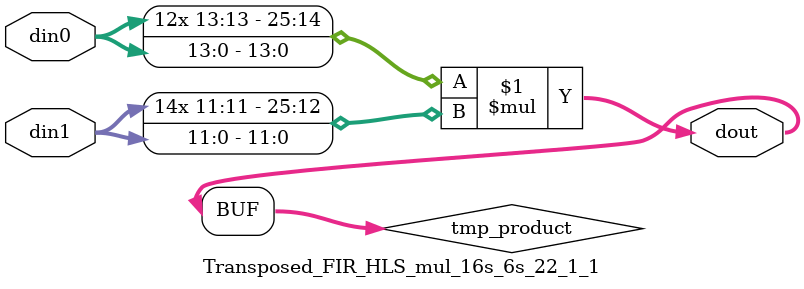
<source format=v>

`timescale 1 ns / 1 ps

 module Transposed_FIR_HLS_mul_16s_6s_22_1_1(din0, din1, dout);
parameter ID = 1;
parameter NUM_STAGE = 0;
parameter din0_WIDTH = 14;
parameter din1_WIDTH = 12;
parameter dout_WIDTH = 26;

input [din0_WIDTH - 1 : 0] din0; 
input [din1_WIDTH - 1 : 0] din1; 
output [dout_WIDTH - 1 : 0] dout;

wire signed [dout_WIDTH - 1 : 0] tmp_product;



























assign tmp_product = $signed(din0) * $signed(din1);








assign dout = tmp_product;





















endmodule

</source>
